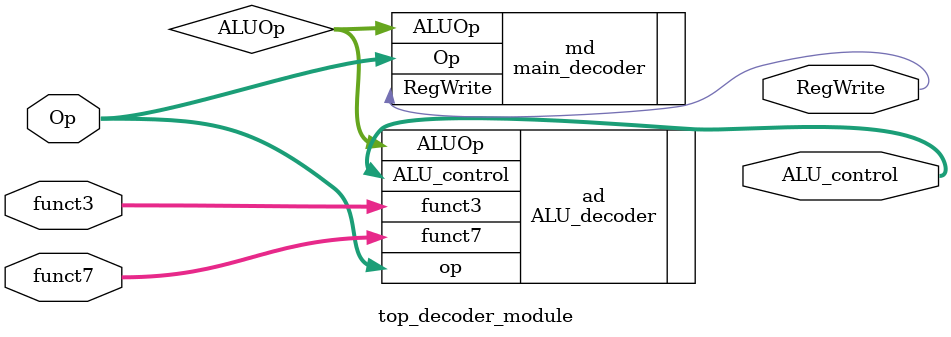
<source format=sv>
module top_decoder_module(
    input [6:0] Op, //op code
    input [2:0] funct3, // instruction
    input [6:0] funct7, // instruction
	 
	 
    output RegWrite, // register write enable or not  // 0 or 1
    output [3:0] ALU_control // output for ALU
);

    wire [1:0] ALUOp; // Intermediate signal to connect main_decoder and ALU_decoder

    // Instantiate the main_decoder module
    main_decoder md(
        .Op(Op),
        .RegWrite(RegWrite),
        .ALUOp(ALUOp)
    );

    // Instantiate the ALU_decoder module
    ALU_decoder ad(
        .ALUOp(ALUOp),
        .funct3(funct3), // Pass funct3 directly
        .funct7(funct7), // Pass funct7 directly
        .op(Op),
        .ALU_control(ALU_control)
    );

endmodule

</source>
